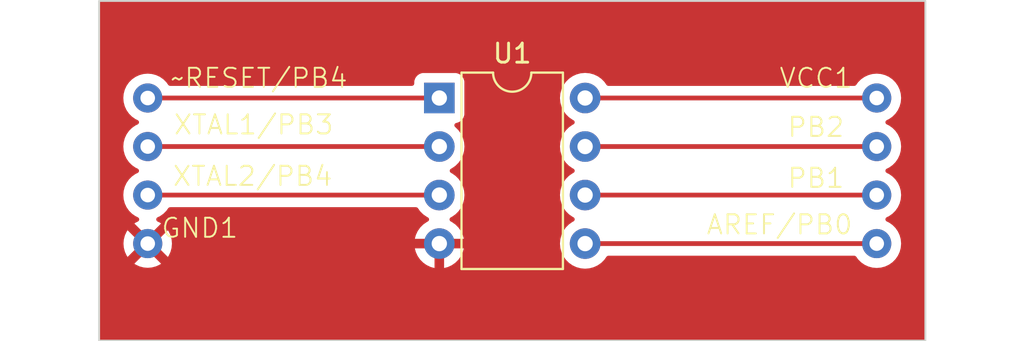
<source format=kicad_pcb>
(kicad_pcb (version 20221018) (generator pcbnew)
  (layers (0 "F.Cu" signal) (31 "B.Cu" signal) (34 "B.Paste" user) (35 "F.Paste" user) (36 "B.SilkS" user "B.Silkscreen") (37 "F.SilkS" user "F.Silkscreen") (38 "B.Mask" user) (39 "F.Mask" user) (44 "Edge.Cuts" user))
  (net 0 "")
  (net 1 "Net-(AREF/PB0-Pin_1)")
  (net 2 "Net-(GND1-Pin_1)")
  (net 3 "Net-(PB1-Pin_1)")
  (net 4 "Net-(PB2-Pin_1)")
  (net 5 "Net-(U1-~{RESET}{slash}PB5)")
  (net 6 "Net-(U1-XTAL1{slash}PB3)")
  (net 7 "Net-(U1-XTAL2{slash}PB4)")
  (net 8 "Net-(U1-VCC)")
  (footprint "Connector_Pin:PinHole_01x01" (layer "F.Cu") (at 124.46 88.9)
    (fp_text reference "XTAL1/PB3" (at 5.5372 -1.143 unlocked) (layer "F.SilkS") (effects (font (thickness 0.1))))
    (fp_text value "Conn_01x01_Female")
    (pad "1" thru_hole circle (at 0 0) (size 1.524 1.524) (drill 0.762) (layers "*.Cu" "*.Mask") (net 6 "Net-(U1-XTAL1{slash}PB3)"))
  )
  (footprint "Connector_Pin:PinHole_01x01" (layer "F.Cu") (at 162.56 86.36)
    (fp_text reference "VCC1" (at -3.175 -1.0414 unlocked) (layer "F.SilkS") (effects (font (thickness 0.1))))
    (fp_text value "Conn_01x01_Female")
    (pad "1" thru_hole circle (at 0 0) (size 1.524 1.524) (drill 0.762) (layers "*.Cu" "*.Mask") (net 8 "Net-(U1-VCC)"))
  )
  (footprint "Connector_Pin:PinHole_01x01" (layer "F.Cu") (at 124.46 91.44)
    (fp_text reference "XTAL2/PB4" (at 5.4864 -0.9906 unlocked) (layer "F.SilkS") (effects (font (thickness 0.1))))
    (fp_text value "Conn_01x01_Female")
    (pad "1" thru_hole circle (at 0 0) (size 1.524 1.524) (drill 0.762) (layers "*.Cu" "*.Mask") (net 7 "Net-(U1-XTAL2{slash}PB4)"))
  )
  (footprint "Package_DIP:DIP-8_W7.62mm" (layer "F.Cu") (at 139.7 86.36)
    (fp_text reference "U1" (at 3.81 -2.33) (layer "F.SilkS"))
    (fp_text value "ATtiny85V-10PU")
    (fp_line (start 1.16 -1.33) (end 1.16 8.95) (stroke (width 0.12)) (layer "F.SilkS"))
    (fp_line (start 1.16 8.95) (end 6.46 8.95) (stroke (width 0.12)) (layer "F.SilkS"))
    (fp_line (start 2.81 -1.33) (end 1.16 -1.33) (stroke (width 0.12)) (layer "F.SilkS"))
    (fp_line (start 6.46 -1.33) (end 4.81 -1.33) (stroke (width 0.12)) (layer "F.SilkS"))
    (fp_line (start 6.46 8.95) (end 6.46 -1.33) (stroke (width 0.12)) (layer "F.SilkS"))
    (fp_arc (start 4.81 -1.33) (mid 3.81 -0.33) (end 2.81 -1.33) (stroke (width 0.12)) (layer "F.SilkS"))
    (pad "1" thru_hole rect (at 0 0) (size 1.6 1.6) (drill 0.8) (layers "*.Cu" "*.Mask") (net 5 "Net-(U1-~{RESET}{slash}PB5)"))
    (pad "2" thru_hole oval (at 0 2.54) (size 1.6 1.6) (drill 0.8) (layers "*.Cu" "*.Mask") (net 6 "Net-(U1-XTAL1{slash}PB3)"))
    (pad "3" thru_hole oval (at 0 5.08) (size 1.6 1.6) (drill 0.8) (layers "*.Cu" "*.Mask") (net 7 "Net-(U1-XTAL2{slash}PB4)"))
    (pad "4" thru_hole oval (at 0 7.62) (size 1.6 1.6) (drill 0.8) (layers "*.Cu" "*.Mask") (net 2 "Net-(GND1-Pin_1)"))
    (pad "5" thru_hole oval (at 7.62 7.62) (size 1.6 1.6) (drill 0.8) (layers "*.Cu" "*.Mask") (net 1 "Net-(AREF/PB0-Pin_1)"))
    (pad "6" thru_hole oval (at 7.62 5.08) (size 1.6 1.6) (drill 0.8) (layers "*.Cu" "*.Mask") (net 3 "Net-(PB1-Pin_1)"))
    (pad "7" thru_hole oval (at 7.62 2.54) (size 1.6 1.6) (drill 0.8) (layers "*.Cu" "*.Mask") (net 4 "Net-(PB2-Pin_1)"))
    (pad "8" thru_hole oval (at 7.62 0) (size 1.6 1.6) (drill 0.8) (layers "*.Cu" "*.Mask") (net 8 "Net-(U1-VCC)"))
  )
  (footprint "Connector_Pin:PinHole_01x01" (layer "F.Cu") (at 162.56 93.98)
    (fp_text reference "AREF/PB0" (at -5.08 -0.9906 unlocked) (layer "F.SilkS") (effects (font (thickness 0.1))))
    (fp_text value "Conn_01x01_Female")
    (pad "1" thru_hole circle (at 0 0) (size 1.524 1.524) (drill 0.762) (layers "*.Cu" "*.Mask"))
  )
  (footprint "Connector_Pin:PinHole_01x01" (layer "F.Cu") (at 162.56 91.44)
    (fp_text reference "PB1" (at -3.175 -0.889 unlocked) (layer "F.SilkS") (effects (font (thickness 0.1))))
    (fp_text value "Conn_01x01_Female")
    (pad "1" thru_hole circle (at 0 0) (size 1.524 1.524) (drill 0.762) (layers "*.Cu" "*.Mask"))
  )
  (footprint "Connector_Pin:PinHole_01x01" (layer "F.Cu") (at 162.56 88.9)
    (fp_text reference "PB2" (at -3.175 -1.016 unlocked) (layer "F.SilkS") (effects (font (thickness 0.1))))
    (fp_text value "Conn_01x01_Female")
    (pad "1" thru_hole circle (at 0 0) (size 1.524 1.524) (drill 0.762) (layers "*.Cu" "*.Mask"))
  )
  (footprint "Connector_Pin:PinHole_01x01" (layer "F.Cu") (at 124.46 93.98)
    (fp_text reference "GND1" (at 2.7178 -0.8128 unlocked) (layer "F.SilkS") (effects (font (thickness 0.1))))
    (fp_text value "Conn_01x01_Female")
    (pad "1" thru_hole circle (at 0 0) (size 1.524 1.524) (drill 0.762) (layers "*.Cu" "*.Mask"))
  )
  (footprint "Connector_Pin:PinHole_01x01" (layer "F.Cu") (at 124.46 86.36)
    (fp_text reference "~RESET/PB4" (at 1.143 -1.0414 unlocked) (layer "F.SilkS") (effects (font (thickness 0.1)) (justify left)))
    (fp_text value "Conn_01x01_Female" hide)
    (pad "1" thru_hole circle (at 0 0) (size 1.524 1.524) (drill 0.762) (layers "*.Cu" "*.Mask") (net 5 "Net-(U1-~{RESET}{slash}PB5)"))
  )
  (gr_rect (start 121.92 81.28) (end 165.1 99.06) (stroke (width 0.1)) (fill none) (layer "Edge.Cuts"))
  (segment (start 162.56 93.98) (end 147.32 93.98) (width 0.25) (layer "F.Cu") (net 1))
  (segment (start 147.32 91.44) (end 162.56 91.44) (width 0.25) (layer "F.Cu") (net 3))
  (segment (start 147.32 88.9) (end 162.56 88.9) (width 0.25) (layer "F.Cu") (net 4))
  (segment (start 124.46 86.36) (end 139.7 86.36) (width 0.25) (layer "F.Cu") (net 5))
  (segment (start 124.46 88.9) (end 139.7 88.9) (width 0.25) (layer "F.Cu") (net 6))
  (segment (start 124.46 91.44) (end 139.7 91.44) (width 0.25) (layer "F.Cu") (net 7))
  (segment (start 147.32 86.36) (end 162.56 86.36) (width 0.25) (layer "F.Cu") (net 8))
  (zone (net 2) (net_name "Net-(GND1-Pin_1)") (layer "F.Cu") (connect_pads (clearance 0.508)) (min_thickness 0.25) (fill yes (thermal_gap 0.5) (thermal_bridge_width 0.5))
    (polygon (pts (xy 121.92 81.28) (xy 165.1 81.28) (xy 165.1 99.06) (xy 121.92 99.06)))
  )
)
</source>
